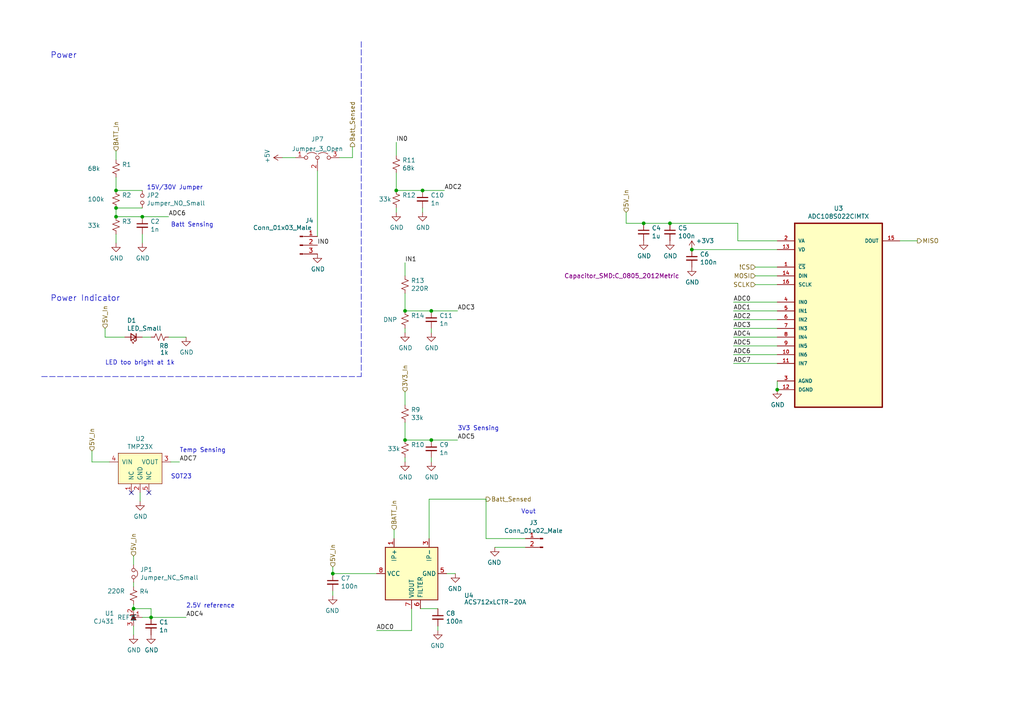
<source format=kicad_sch>
(kicad_sch (version 20211123) (generator eeschema)
  (paper "A4")
  (title_block (title "Pi_ADC") (date "2021-01-23") (rev "v0.0") (company "Private") (comment 3 "@Author Montso Mokake ") (comment 4 "@Original Pi_ADC/Justin Pead"))
  (lib_symbols
    (symbol "ADC108S022CIMTX:ADC108S022CIMTX" (pin_names (offset 1.016))
      (property "Reference" "U" (at -6.35 24.8412 0))
      (property "Value" "ADC108S022CIMTX" (at -7.5946 -33.909 0))
      (symbol "ADC108S022CIMTX_0_0"
        (rectangle (start -12.7 -30.48) (end 12.7 22.86) (stroke (width 0.4064)) (fill (type background)))
        (pin input line (at -17.78 10.16 0) (length 5.08) (name "~{CS}") (number "1"))
        (pin input line (at -17.78 -15.24 0) (length 5.08) (name "IN6") (number "10"))
        (pin input line (at -17.78 -17.78 0) (length 5.08) (name "IN7") (number "11"))
        (pin passive line (at -17.78 -25.4 0) (length 5.08) (name "DGND") (number "12"))
        (pin power_in line (at -17.78 15.24 0) (length 5.08) (name "VD") (number "13"))
        (pin input line (at -17.78 7.62 0) (length 5.08) (name "DIN") (number "14"))
        (pin output line (at 17.78 17.78 180) (length 5.08) (name "DOUT") (number "15"))
        (pin input line (at -17.78 5.08 0) (length 5.08) (name "SCLK") (number "16"))
        (pin power_in line (at -17.78 17.78 0) (length 5.08) (name "VA") (number "2"))
        (pin passive line (at -17.78 -22.86 0) (length 5.08) (name "AGND") (number "3"))
        (pin input line (at -17.78 0 0) (length 5.08) (name "IN0") (number "4"))
        (pin input line (at -17.78 -2.54 0) (length 5.08) (name "IN1") (number "5"))
        (pin input line (at -17.78 -5.08 0) (length 5.08) (name "IN2") (number "6"))
        (pin input line (at -17.78 -7.62 0) (length 5.08) (name "IN3") (number "7"))
        (pin input line (at -17.78 -10.16 0) (length 5.08) (name "IN4") (number "8"))
        (pin input line (at -17.78 -12.7 0) (length 5.08) (name "IN5") (number "9"))
      )
    )
    (symbol "Connector:Conn_01x02_Male" (pin_names (offset 1.016) hide)
      (property "Reference" "J" (at 0 2.54 0))
      (property "Value" "Conn_01x02_Male" (at 0 -5.08 0))
      (symbol "Conn_01x02_Male_1_1"
        (polyline (pts (xy 1.27 -2.54) (xy 0.8636 -2.54)) (stroke (width 0.1524)))
        (polyline (pts (xy 1.27 0) (xy 0.8636 0)) (stroke (width 0.1524)))
        (rectangle (start 0.8636 -2.413) (end 0 -2.667) (stroke (width 0.1524)) (fill (type outline)))
        (rectangle (start 0.8636 0.127) (end 0 -0.127) (stroke (width 0.1524)) (fill (type outline)))
        (pin passive line (at 5.08 0 180) (length 3.81) (name "Pin_1") (number "1"))
        (pin passive line (at 5.08 -2.54 180) (length 3.81) (name "Pin_2") (number "2"))
      )
    )
    (symbol "Connector:Conn_01x03_Male" (pin_names (offset 1.016) hide)
      (property "Reference" "J" (at 0 5.08 0))
      (property "Value" "Conn_01x03_Male" (at 0 -5.08 0))
      (symbol "Conn_01x03_Male_1_1"
        (polyline (pts (xy 1.27 -2.54) (xy 0.8636 -2.54)) (stroke (width 0.1524)))
        (polyline (pts (xy 1.27 0) (xy 0.8636 0)) (stroke (width 0.1524)))
        (polyline (pts (xy 1.27 2.54) (xy 0.8636 2.54)) (stroke (width 0.1524)))
        (rectangle (start 0.8636 -2.413) (end 0 -2.667) (stroke (width 0.1524)) (fill (type outline)))
        (rectangle (start 0.8636 0.127) (end 0 -0.127) (stroke (width 0.1524)) (fill (type outline)))
        (rectangle (start 0.8636 2.667) (end 0 2.413) (stroke (width 0.1524)) (fill (type outline)))
        (pin passive line (at 5.08 2.54 180) (length 3.81) (name "Pin_1") (number "1"))
        (pin passive line (at 5.08 0 180) (length 3.81) (name "Pin_2") (number "2"))
        (pin passive line (at 5.08 -2.54 180) (length 3.81) (name "Pin_3") (number "3"))
      )
    )
    (symbol "Device:C_Small" (pin_numbers hide) (pin_names (offset 0.254) hide)
      (property "Reference" "C" (at 0.254 1.778 0))
      (property "Value" "C_Small" (at 0.254 -2.032 0))
      (symbol "C_Small_0_1"
        (polyline (pts (xy -1.524 -0.508) (xy 1.524 -0.508)) (stroke (width 0.3302)))
        (polyline (pts (xy -1.524 0.508) (xy 1.524 0.508)) (stroke (width 0.3048)))
      )
      (symbol "C_Small_1_1"
        (pin passive line (at 0 2.54 270) (length 2.032) (name "~") (number "1"))
        (pin passive line (at 0 -2.54 90) (length 2.032) (name "~") (number "2"))
      )
    )
    (symbol "Device:Jumper_NC_Small" (pin_numbers hide) (pin_names (offset 0.762) hide)
      (property "Reference" "JP" (at 0 2.032 0))
      (property "Value" "Device_Jumper_NC_Small" (at 0.254 -1.524 0))
      (symbol "Jumper_NC_Small_0_1"
        (circle (center -1.016 0) (radius 0.508))
        (circle (center 1.016 0) (radius 0.508))
        (arc (start 1.016 0.762) (mid 0 1.1828) (end -1.016 0.762))
        (pin passive line (at -2.54 0 0) (length 1.016) (name "1") (number "1"))
        (pin passive line (at 2.54 0 180) (length 1.016) (name "2") (number "2"))
      )
    )
    (symbol "Device:Jumper_NO_Small" (pin_numbers hide) (pin_names (offset 0.762) hide)
      (property "Reference" "JP" (at 0 2.032 0))
      (property "Value" "Device_Jumper_NO_Small" (at 0.254 -1.524 0))
      (symbol "Jumper_NO_Small_0_1"
        (circle (center -1.016 0) (radius 0.508))
        (circle (center 1.016 0) (radius 0.508))
        (pin passive line (at -2.54 0 0) (length 1.016) (name "1") (number "1"))
        (pin passive line (at 2.54 0 180) (length 1.016) (name "2") (number "2"))
      )
    )
    (symbol "Device:LED_Small" (pin_numbers hide) (pin_names (offset 0.254) hide)
      (property "Reference" "D" (at -1.27 3.175 0))
      (property "Value" "LED_Small" (at -4.445 -2.54 0))
      (symbol "LED_Small_0_1"
        (polyline (pts (xy -0.762 -1.016) (xy -0.762 1.016)) (stroke (width 0.254)))
        (polyline (pts (xy 1.016 0) (xy -0.762 0)))
        (polyline (pts (xy 0.762 -1.016) (xy -0.762 0) (xy 0.762 1.016) (xy 0.762 -1.016)) (stroke (width 0.254)))
        (polyline (pts (xy 0 0.762) (xy -0.508 1.27) (xy -0.254 1.27) (xy -0.508 1.27) (xy -0.508 1.016)))
        (polyline (pts (xy 0.508 1.27) (xy 0 1.778) (xy 0.254 1.778) (xy 0 1.778) (xy 0 1.524)))
      )
      (symbol "LED_Small_1_1"
        (pin passive line (at -2.54 0 0) (length 1.778) (name "K") (number "1"))
        (pin passive line (at 2.54 0 180) (length 1.778) (name "A") (number "2"))
      )
    )
    (symbol "Device:R_Small_US" (pin_numbers hide) (pin_names (offset 0.254) hide)
      (property "Reference" "R" (at 0.762 0.508 0))
      (property "Value" "R_Small_US" (at 0.762 -1.016 0))
      (symbol "R_Small_US_1_1"
        (polyline (pts (xy 0 0) (xy 1.016 -0.381) (xy 0 -0.762) (xy -1.016 -1.143) (xy 0 -1.524)))
        (polyline (pts (xy 0 1.524) (xy 1.016 1.143) (xy 0 0.762) (xy -1.016 0.381) (xy 0 0)))
        (pin passive line (at 0 2.54 270) (length 1.016) (name "~") (number "1"))
        (pin passive line (at 0 -2.54 90) (length 1.016) (name "~") (number "2"))
      )
    )
    (symbol "Jumper:Jumper_3_Open" (pin_names (offset 0) hide)
      (property "Reference" "JP" (at -2.54 -2.54 0))
      (property "Value" "Jumper_3_Open" (at 0 2.794 0))
      (symbol "Jumper_3_Open_0_0"
        (circle (center -3.302 0) (radius 0.508))
        (circle (center 0 0) (radius 0.508))
        (circle (center 3.302 0) (radius 0.508))
      )
      (symbol "Jumper_3_Open_0_1"
        (arc (start -0.254 1.016) (mid -1.651 1.4992) (end -3.048 1.016))
        (polyline (pts (xy 0 -0.508) (xy 0 -1.27)))
        (arc (start 3.048 1.016) (mid 1.651 1.4992) (end 0.254 1.016))
      )
      (symbol "Jumper_3_Open_1_1"
        (pin passive line (at -6.35 0 0) (length 2.54) (name "A") (number "1"))
        (pin input line (at 0 -3.81 90) (length 2.54) (name "C") (number "2"))
        (pin passive line (at 6.35 0 180) (length 2.54) (name "B") (number "3"))
      )
    )
    (symbol "MyDevices:CJ431" (pin_names (offset 1.016))
      (property "Reference" "U" (at 0 0 0))
      (property "Value" "CJ431" (at -6.35 5.08 0))
      (symbol "CJ431_1_1"
        (polyline (pts (xy 0 1.27) (xy 0 0) (xy 0 -1.27)))
        (polyline (pts (xy 0.762 0.762) (xy 0 -0.762) (xy -0.762 0.762)) (fill (type outline)))
        (polyline (pts (xy -1.016 -0.508) (xy -0.762 -0.762) (xy 0.762 -0.762) (xy 0.762 -0.762)) (stroke (width 0.254)))
        (pin passive line (at 2.54 0 180) (length 2.54) (name "REF") (number "1"))
        (pin passive line (at 0 -2.54 90) (length 1.27) (name "K") (number "2"))
        (pin passive line (at 0 2.54 270) (length 1.27) (name "A") (number "3"))
      )
    )
    (symbol "MyDevices:TMP23X" (pin_names (offset 1.016))
      (property "Reference" "U" (at 0 5.08 0))
      (property "Value" "TMP23X" (at -1.27 7.62 0))
      (symbol "TMP23X_0_1"
        (rectangle (start -6.35 1.27) (end 6.35 -7.62) (fill (type background)))
      )
      (symbol "TMP23X_1_1"
        (pin input line (at -2.54 -10.16 90) (length 2.54) (name "NC") (number "1"))
        (pin power_in line (at 0 -10.16 90) (length 2.54) (name "GND") (number "2"))
        (pin output line (at 8.89 -1.27 180) (length 2.54) (name "VOUT") (number "3"))
        (pin power_in line (at -8.89 -1.27 0) (length 2.54) (name "VIN") (number "4"))
        (pin input line (at 2.54 -10.16 90) (length 2.54) (name "NC") (number "5"))
      )
    )
    (symbol "Sensor_Current:ACS712xLCTR-20A"
      (property "Reference" "U" (at 2.54 11.43 0))
      (property "Value" "ACS712xLCTR-20A" (at 2.54 8.89 0))
      (symbol "ACS712xLCTR-20A_0_1"
        (rectangle (start -7.62 7.62) (end 7.62 -7.62) (stroke (width 0.254)) (fill (type background)))
      )
      (symbol "ACS712xLCTR-20A_1_1"
        (pin passive line (at -10.16 5.08 0) (length 2.54) (name "IP+") (number "1"))
        (pin passive line (at -10.16 5.08 0) (length 2.54) hide (name "IP+") (number "2"))
        (pin passive line (at -10.16 -5.08 0) (length 2.54) (name "IP-") (number "3"))
        (pin passive line (at -10.16 -5.08 0) (length 2.54) hide (name "IP-") (number "4"))
        (pin power_in line (at 0 -10.16 90) (length 2.54) (name "GND") (number "5"))
        (pin passive line (at 10.16 -2.54 180) (length 2.54) (name "FILTER") (number "6"))
        (pin output line (at 10.16 0 180) (length 2.54) (name "VIOUT") (number "7"))
        (pin power_in line (at 0 10.16 270) (length 2.54) (name "VCC") (number "8"))
      )
    )
    (symbol "power:+3V3" (power) (pin_names (offset 0))
      (property "Value" "+3V3" (at 0 3.556 0))
      (symbol "+3V3_0_1"
        (polyline (pts (xy -0.762 1.27) (xy 0 2.54)))
        (polyline (pts (xy 0 0) (xy 0 2.54)))
        (polyline (pts (xy 0 2.54) (xy 0.762 1.27)))
      )
      (symbol "+3V3_1_1"
        (pin power_in line (at 0 0 90) (length 0) hide (name "+3V3") (number "1"))
      )
    )
    (symbol "power:+5V" (power) (pin_names (offset 0))
      (property "Value" "+5V" (at 0 3.556 0))
      (symbol "+5V_0_1"
        (polyline (pts (xy -0.762 1.27) (xy 0 2.54)))
        (polyline (pts (xy 0 0) (xy 0 2.54)))
        (polyline (pts (xy 0 2.54) (xy 0.762 1.27)))
      )
      (symbol "+5V_1_1"
        (pin power_in line (at 0 0 90) (length 0) hide (name "+5V") (number "1"))
      )
    )
    (symbol "power:GND" (power) (pin_names (offset 0))
      (property "Value" "GND" (at 0 -3.81 0))
      (symbol "GND_0_1"
        (polyline (pts (xy 0 0) (xy 0 -1.27) (xy 1.27 -1.27) (xy 0 -2.54) (xy -1.27 -1.27) (xy 0 -1.27)))
      )
      (symbol "GND_1_1"
        (pin power_in line (at 0 0 270) (length 0) hide (name "GND") (number "1"))
      )
    )
  )
  (junction (at 117.475 90.17))
  (junction (at 125.095 90.17))
  (junction (at 117.475 127.635))
  (junction (at 33.655 62.865))
  (junction (at 200.66 72.39))
  (junction (at 122.555 55.245))
  (junction (at 41.275 62.865))
  (junction (at 125.095 127.635))
  (junction (at 114.935 55.245))
  (junction (at 33.655 60.325))
  (junction (at 225.425 113.03))
  (junction (at 43.815 179.07))
  (junction (at 33.655 55.245))
  (junction (at 96.52 166.37))
  (junction (at 194.31 64.77))
  (junction (at 186.69 64.77))
  (junction (at 38.735 176.53))
  (no_connect (at 43.18 142.875))
  (no_connect (at 38.1 142.875))
  (wire (pts (xy 102.235 45.72) (xy 98.425 45.72)))
  (wire (pts (xy 26.67 130.81) (xy 26.67 133.985)))
  (wire (pts (xy 30.48 97.79) (xy 36.195 97.79)))
  (wire (pts (xy 33.655 62.865) (xy 41.275 62.865)))
  (wire (pts (xy 213.995 64.77) (xy 213.995 69.85)))
  (wire (pts (xy 129.54 166.37) (xy 132.08 166.37)))
  (wire (pts (xy 125.095 90.17) (xy 132.715 90.17)))
  (wire (pts (xy 38.735 176.53) (xy 38.735 175.26)))
  (wire (pts (xy 33.655 43.815) (xy 33.655 46.355)))
  (wire (pts (xy 30.48 95.25) (xy 30.48 97.79)))
  (wire (pts (xy 125.095 132.715) (xy 125.095 133.985)))
  (wire (pts (xy 43.815 176.53) (xy 43.815 179.07)))
  (wire (pts (xy 219.075 80.01) (xy 225.425 80.01)))
  (wire (pts (xy 122.555 55.245) (xy 128.905 55.245)))
  (wire (pts (xy 127 181.61) (xy 127 182.88)))
  (wire (pts (xy 200.66 72.39) (xy 225.425 72.39)))
  (wire (pts (xy 212.725 97.79) (xy 225.425 97.79)))
  (wire (pts (xy 140.97 144.78) (xy 140.97 156.21)))
  (wire (pts (xy 38.735 176.53) (xy 43.815 176.53)))
  (wire (pts (xy 40.64 142.875) (xy 40.64 145.415)))
  (wire (pts (xy 124.46 144.78) (xy 140.97 144.78)))
  (wire (pts (xy 96.52 166.37) (xy 109.22 166.37)))
  (wire (pts (xy 117.475 80.01) (xy 117.475 76.2)))
  (wire (pts (xy 225.425 95.25) (xy 212.725 95.25)))
  (wire (pts (xy 38.735 168.91) (xy 38.735 170.18)))
  (wire (pts (xy 41.275 62.865) (xy 48.895 62.865)))
  (wire (pts (xy 96.52 164.465) (xy 96.52 166.37)))
  (wire (pts (xy 41.275 70.485) (xy 41.275 67.945)))
  (wire (pts (xy 33.655 60.325) (xy 41.275 60.325)))
  (wire (pts (xy 117.475 127.635) (xy 125.095 127.635)))
  (wire (pts (xy 225.425 82.55) (xy 219.075 82.55)))
  (wire (pts (xy 114.3 153.67) (xy 114.3 156.21)))
  (wire (pts (xy 114.935 55.245) (xy 114.935 50.165)))
  (wire (pts (xy 121.92 176.53) (xy 127 176.53)))
  (wire (pts (xy 33.655 60.325) (xy 33.655 62.865)))
  (wire (pts (xy 117.475 95.25) (xy 117.475 96.52)))
  (wire (pts (xy 186.69 64.77) (xy 194.31 64.77)))
  (wire (pts (xy 33.655 67.945) (xy 33.655 70.485)))
  (wire (pts (xy 38.735 161.29) (xy 38.735 163.83)))
  (wire (pts (xy 117.475 132.715) (xy 117.475 133.985)))
  (wire (pts (xy 225.425 77.47) (xy 219.075 77.47)))
  (polyline (pts (xy 12.065 109.22) (xy 104.775 109.22)))
  (wire (pts (xy 33.655 51.435) (xy 33.655 55.245)))
  (wire (pts (xy 194.31 64.77) (xy 213.995 64.77)))
  (polyline (pts (xy 104.775 12.065) (xy 104.775 109.22)))
  (wire (pts (xy 181.61 64.77) (xy 186.69 64.77)))
  (wire (pts (xy 114.935 60.325) (xy 114.935 61.595)))
  (wire (pts (xy 213.995 69.85) (xy 225.425 69.85)))
  (wire (pts (xy 119.38 176.53) (xy 119.38 182.88)))
  (wire (pts (xy 117.475 127.635) (xy 117.475 122.555)))
  (wire (pts (xy 181.61 61.595) (xy 181.61 64.77)))
  (wire (pts (xy 41.275 55.245) (xy 33.655 55.245)))
  (wire (pts (xy 49.53 133.985) (xy 52.07 133.985)))
  (wire (pts (xy 117.475 90.17) (xy 125.095 90.17)))
  (wire (pts (xy 124.46 144.78) (xy 124.46 156.21)))
  (wire (pts (xy 119.38 182.88) (xy 109.22 182.88)))
  (wire (pts (xy 125.095 95.25) (xy 125.095 96.52)))
  (wire (pts (xy 117.475 90.17) (xy 117.475 85.09)))
  (wire (pts (xy 260.985 69.85) (xy 266.065 69.85)))
  (wire (pts (xy 41.275 179.07) (xy 43.815 179.07)))
  (wire (pts (xy 48.895 97.79) (xy 53.975 97.79)))
  (wire (pts (xy 125.095 127.635) (xy 132.715 127.635)))
  (wire (pts (xy 41.275 97.79) (xy 43.815 97.79)))
  (wire (pts (xy 225.425 113.03) (xy 225.425 110.49)))
  (wire (pts (xy 212.725 102.87) (xy 225.425 102.87)))
  (wire (pts (xy 114.935 45.085) (xy 114.935 41.275)))
  (wire (pts (xy 225.425 90.17) (xy 212.725 90.17)))
  (wire (pts (xy 225.425 105.41) (xy 212.725 105.41)))
  (wire (pts (xy 114.935 55.245) (xy 122.555 55.245)))
  (wire (pts (xy 117.475 117.475) (xy 117.475 113.665)))
  (wire (pts (xy 92.075 49.53) (xy 92.075 68.58)))
  (wire (pts (xy 96.52 171.45) (xy 96.52 172.72)))
  (wire (pts (xy 38.735 181.61) (xy 38.735 184.15)))
  (wire (pts (xy 43.815 179.07) (xy 53.975 179.07)))
  (wire (pts (xy 152.4 158.75) (xy 143.51 158.75)))
  (wire (pts (xy 212.725 92.71) (xy 225.425 92.71)))
  (wire (pts (xy 122.555 60.325) (xy 122.555 61.595)))
  (wire (pts (xy 212.725 87.63) (xy 225.425 87.63)))
  (wire (pts (xy 225.425 100.33) (xy 212.725 100.33)))
  (wire (pts (xy 81.915 45.72) (xy 85.725 45.72)))
  (wire (pts (xy 31.75 133.985) (xy 26.67 133.985)))
  (wire (pts (xy 140.97 156.21) (xy 152.4 156.21)))
  (wire (pts (xy 102.235 42.545) (xy 102.235 45.72)))
  (text "SOT23" (at 49.53 139.065 0) (effects (font (size 1.27 1.27)) (justify left bottom)))
  (text "Power Indicator" (at 14.605 87.63 0) (effects (font (size 1.7 1.7)) (justify left bottom)))
  (text "3V3 Sensing" (at 132.715 125.095 0) (effects (font (size 1.27 1.27)) (justify left bottom)))
  (text "Power" (at 14.605 17.145 0) (effects (font (size 1.7 1.7)) (justify left bottom)))
  (text "2.5V reference" (at 53.975 176.53 0) (effects (font (size 1.27 1.27)) (justify left bottom)))
  (text "LED too bright at 1k" (at 30.48 106.045 0) (effects (font (size 1.27 1.27)) (justify left bottom)))
  (text "Temp Sensing" (at 52.07 131.445 0) (effects (font (size 1.27 1.27)) (justify left bottom)))
  (text "15V/30V Jumper" (at 42.545 55.245 0) (effects (font (size 1.27 1.27)) (justify left bottom)))
  (text "Vout" (at 151.13 149.225 0) (effects (font (size 1.27 1.27)) (justify left bottom)))
  (text "Batt Sensing" (at 49.53 66.04 0) (effects (font (size 1.27 1.27)) (justify left bottom)))
  (label "ADC2" (at 128.905 55.245 0))
  (label "ADC6" (at 48.895 62.865 0))
  (label "IN1" (at 117.475 76.2 0))
  (label "ADC5" (at 212.725 100.33 0))
  (label "ADC3" (at 132.715 90.17 0))
  (label "ADC7" (at 52.07 133.985 0))
  (label "ADC3" (at 212.725 95.25 0))
  (label "ADC0" (at 109.22 182.88 0))
  (label "IN0" (at 92.075 71.12 0))
  (label "IN0" (at 114.935 41.275 0))
  (label "ADC0" (at 212.725 87.63 0))
  (label "ADC5" (at 132.715 127.635 0))
  (label "ADC4" (at 212.725 97.79 0))
  (label "ADC1" (at 212.725 90.17 0))
  (label "ADC4" (at 53.975 179.07 0))
  (label "ADC6" (at 212.725 102.87 0))
  (label "ADC2" (at 212.725 92.71 0))
  (label "ADC7" (at 212.725 105.41 0))
  (hierarchical_label "SCLK" (shape input) (at 219.075 82.55 180))
  (hierarchical_label "Batt_Sensed" (shape output) (at 140.97 144.78 0))
  (hierarchical_label "MOSI" (shape input) (at 219.075 80.01 180))
  (hierarchical_label "5V_In" (shape input) (at 30.48 95.25 90))
  (hierarchical_label "3V3_In" (shape input) (at 117.475 113.665 90))
  (hierarchical_label "5V_In" (shape input) (at 181.61 61.595 90))
  (hierarchical_label "5V_In" (shape input) (at 26.67 130.81 90))
  (hierarchical_label "MISO" (shape output) (at 266.065 69.85 0))
  (hierarchical_label "!CS" (shape input) (at 219.075 77.47 180))
  (hierarchical_label "BATT_In" (shape input) (at 33.655 43.815 90))
  (hierarchical_label "Batt_Sensed" (shape output) (at 102.235 42.545 90))
  (hierarchical_label "5V_In" (shape input) (at 38.735 161.29 90))
  (hierarchical_label "BATT_In" (shape input) (at 114.3 153.67 90))
  (hierarchical_label "5V_In" (shape input) (at 96.52 164.465 90))
  (symbol (lib_id "ADC108S022CIMTX:ADC108S022CIMTX") (at 243.205 87.63 0) (unit 1)
    (property "Reference" "U3" (at 243.205 60.452 0))
    (property "Value" "ADC108S022CIMTX" (at 243.205 62.7634 0))
    (property "Footprint" "MyLibs:SOP65P640X110-16N" (effects hide))
    (property "SUPPLIER" "NationalSemiconductor" (effects hide))
    (property "OC_FARNELL" "-" (effects hide))
    (property "OC_NEWARK" "69K1515" (effects hide))
    (property "PACKAGE" "SOP-16" (effects hide))
    (property "MPN" "ADC108S022CIMTX" (effects hide))
  )
  (symbol (lib_id "power:GND") (at 225.425 113.03 0) (unit 1)
    (property "Reference" "#PWR024" (effects hide))
    (property "Value" "GND" (at 225.552 117.4242 0))
  )
  (symbol (lib_id "Device:C_Small") (at 186.69 67.31 0) (unit 1)
    (property "Reference" "C4" (at 189.0268 66.1416 0) (effects (justify left)))
    (property "Value" "1u" (at 189.0268 68.453 0) (effects (justify left)))
    (property "Footprint" "Capacitor_SMD:C_0805_2012Metric" (at 180.34 80.01 0))
  )
  (symbol (lib_id "Device:C_Small") (at 194.31 67.31 0) (unit 1)
    (property "Reference" "C5" (at 196.6468 66.1416 0) (effects (justify left)))
    (property "Value" "100n" (at 196.6468 68.453 0) (effects (justify left)))
    (property "Footprint" "Capacitor_SMD:C_0603_1608Metric" (effects hide))
  )
  (symbol (lib_id "Device:C_Small") (at 200.66 74.93 0) (unit 1)
    (property "Reference" "C6" (at 202.9968 73.7616 0) (effects (justify left)))
    (property "Value" "100n" (at 202.9968 76.073 0) (effects (justify left)))
    (property "Footprint" "Capacitor_SMD:C_0603_1608Metric" (effects hide))
  )
  (symbol (lib_id "power:GND") (at 186.69 69.85 0) (unit 1)
    (property "Reference" "#PWR018" (effects hide))
    (property "Value" "GND" (at 186.817 74.2442 0))
  )
  (symbol (lib_id "power:GND") (at 194.31 69.85 0) (unit 1)
    (property "Reference" "#PWR019" (effects hide))
    (property "Value" "GND" (at 194.437 74.2442 0))
  )
  (symbol (lib_id "power:GND") (at 200.66 77.47 0) (unit 1)
    (property "Reference" "#PWR021" (effects hide))
    (property "Value" "GND" (at 200.787 81.8642 0))
  )
  (symbol (lib_id "Device:R_Small_US") (at 117.475 130.175 0) (unit 1)
    (property "Reference" "R10" (at 119.2022 129.0066 0) (effects (justify left)))
    (property "Value" "33k" (at 112.395 130.175 0) (effects (justify left)))
    (property "Footprint" "Resistor_SMD:R_0402_1005Metric" (effects hide))
  )
  (symbol (lib_id "Device:R_Small_US") (at 117.475 120.015 0) (unit 1)
    (property "Reference" "R9" (at 119.2022 118.8466 0) (effects (justify left)))
    (property "Value" "33k" (at 119.2022 121.158 0) (effects (justify left)))
    (property "Footprint" "Resistor_SMD:R_0402_1005Metric" (effects hide))
  )
  (symbol (lib_id "Device:C_Small") (at 125.095 130.175 0) (unit 1)
    (property "Reference" "C9" (at 127.4318 129.0066 0) (effects (justify left)))
    (property "Value" "1n" (at 127.4318 131.318 0) (effects (justify left)))
    (property "Footprint" "Capacitor_SMD:C_0603_1608Metric" (effects hide))
  )
  (symbol (lib_id "Device:R_Small_US") (at 33.655 48.895 0) (unit 1)
    (property "Reference" "R1" (at 35.3822 47.7266 0) (effects (justify left)))
    (property "Value" "68k" (at 25.4 48.895 0) (effects (justify left)))
    (property "Footprint" "Resistor_SMD:R_0402_1005Metric" (effects hide))
  )
  (symbol (lib_id "Device:R_Small_US") (at 33.655 57.785 0) (unit 1)
    (property "Reference" "R2" (at 35.3822 56.6166 0) (effects (justify left)))
    (property "Value" "100k" (at 25.4 57.785 0) (effects (justify left)))
    (property "Footprint" "Resistor_SMD:R_0402_1005Metric" (effects hide))
  )
  (symbol (lib_id "Device:R_Small_US") (at 33.655 65.405 0) (unit 1)
    (property "Reference" "R3" (at 35.3822 64.2366 0) (effects (justify left)))
    (property "Value" "33k" (at 25.4 65.405 0) (effects (justify left)))
    (property "Footprint" "Resistor_SMD:R_0402_1005Metric" (effects hide))
  )
  (symbol (lib_id "Device:C_Small") (at 41.275 65.405 0) (unit 1)
    (property "Reference" "C2" (at 43.6118 64.2366 0) (effects (justify left)))
    (property "Value" "1n" (at 43.6118 66.548 0) (effects (justify left)))
    (property "Footprint" "Capacitor_SMD:C_0603_1608Metric" (effects hide))
  )
  (symbol (lib_id "power:GND") (at 33.655 70.485 0) (unit 1)
    (property "Reference" "#PWR03" (effects hide))
    (property "Value" "GND" (at 33.782 74.8792 0))
  )
  (symbol (lib_id "power:GND") (at 41.275 70.485 0) (unit 1)
    (property "Reference" "#PWR011" (effects hide))
    (property "Value" "GND" (at 41.402 74.8792 0))
  )
  (symbol (lib_id "Device:Jumper_NO_Small") (at 41.275 57.785 270) (unit 1)
    (property "Reference" "JP2" (at 42.4942 56.6166 90) (effects (justify left)))
    (property "Value" "Jumper_NO_Small" (at 42.4942 58.928 90) (effects (justify left)))
    (property "Footprint" "Jumper:SolderJumper-2_P1.3mm_Open_TrianglePad1.0x1.5mm" (effects hide))
  )
  (symbol (lib_id "MyDevices:TMP23X") (at 40.64 132.715 0) (unit 1)
    (property "Reference" "U2" (at 40.64 127.254 0))
    (property "Value" "TMP23X" (at 40.64 129.5654 0))
    (property "Footprint" "MyLibs:SOT-353_SC-70-5_Handsoldering" (effects hide))
  )
  (symbol (lib_id "power:GND") (at 125.095 133.985 0) (unit 1)
    (property "Reference" "#PWR035" (effects hide))
    (property "Value" "GND" (at 125.222 138.3792 0))
  )
  (symbol (lib_id "power:GND") (at 117.475 133.985 0) (unit 1)
    (property "Reference" "#PWR033" (effects hide))
    (property "Value" "GND" (at 117.602 138.3792 0))
  )
  (symbol (lib_id "MyDevices:CJ431") (at 38.735 179.07 0) (mirror x) (unit 1)
    (property "Reference" "U1" (at 33.1724 177.9016 0) (effects (justify right)))
    (property "Value" "CJ431" (at 33.1724 180.213 0) (effects (justify right)))
    (property "Footprint" "Package_TO_SOT_SMD:SOT-23" (effects hide))
  )
  (symbol (lib_id "Device:Jumper_NC_Small") (at 38.735 166.37 270) (unit 1)
    (property "Reference" "JP1" (at 40.6146 165.2016 90) (effects (justify left)))
    (property "Value" "Jumper_NC_Small" (at 40.6146 167.513 90) (effects (justify left)))
    (property "Footprint" "Jumper:SolderJumper-2_P1.3mm_Bridged_Pad1.0x1.5mm" (effects hide))
  )
  (symbol (lib_id "Device:R_Small_US") (at 38.735 172.72 0) (unit 1)
    (property "Reference" "R4" (at 40.4622 171.5516 0) (effects (justify left)))
    (property "Value" "220R" (at 31.115 171.45 0) (effects (justify left)))
    (property "Footprint" "Resistor_SMD:R_0402_1005Metric" (effects hide))
  )
  (symbol (lib_id "power:GND") (at 38.735 184.15 0) (unit 1)
    (property "Reference" "#PWR05" (effects hide))
    (property "Value" "GND" (at 38.862 188.5442 0))
  )
  (symbol (lib_id "Device:C_Small") (at 43.815 181.61 0) (unit 1)
    (property "Reference" "C1" (at 46.1518 180.4416 0) (effects (justify left)))
    (property "Value" "1n" (at 46.1518 182.753 0) (effects (justify left)))
    (property "Footprint" "Capacitor_SMD:C_0603_1608Metric" (effects hide))
  )
  (symbol (lib_id "power:GND") (at 43.815 184.15 0) (unit 1)
    (property "Reference" "#PWR010" (effects hide))
    (property "Value" "GND" (at 43.942 188.5442 0))
  )
  (symbol (lib_id "power:GND") (at 40.64 145.415 0) (unit 1)
    (property "Reference" "#PWR012" (effects hide))
    (property "Value" "GND" (at 40.767 149.8092 0))
  )
  (symbol (lib_id "Device:LED_Small") (at 38.735 97.79 180) (unit 1)
    (property "Reference" "D1" (at 36.83 92.9386 0) (effects (justify right)))
    (property "Value" "LED_Small" (at 36.83 95.25 0) (effects (justify right)))
    (property "Footprint" "Diode_SMD:D_0603_1608Metric" (effects hide))
  )
  (symbol (lib_id "Device:R_Small_US") (at 46.355 97.79 90) (unit 1)
    (property "Reference" "R8" (at 48.895 100.33 90) (effects (justify left)))
    (property "Value" "1k" (at 48.895 102.235 90) (effects (justify left)))
    (property "Footprint" "Resistor_SMD:R_0402_1005Metric" (effects hide))
  )
  (symbol (lib_id "power:GND") (at 53.975 97.79 0) (unit 1)
    (property "Reference" "#PWR023" (effects hide))
    (property "Value" "GND" (at 54.102 102.1842 0))
  )
  (symbol (lib_id "Connector:Conn_01x02_Male") (at 157.48 156.21 0) (mirror y) (unit 1)
    (property "Reference" "J3" (at 154.7368 151.6126 0))
    (property "Value" "Conn_01x02_Male" (at 154.7368 153.924 0))
    (property "Footprint" "TerminalBlock:TerminalBlock_Altech_AK300-2_P5.00mm" (effects hide))
  )
  (symbol (lib_id "power:GND") (at 143.51 158.75 0) (mirror y) (unit 1)
    (property "Reference" "#PWR030" (effects hide))
    (property "Value" "GND" (at 143.383 163.1442 0))
  )
  (symbol (lib_id "Sensor_Current:ACS712xLCTR-20A") (at 119.38 166.37 90) (mirror x) (unit 1)
    (property "Reference" "U4" (at 134.62 172.72 90) (effects (justify right)))
    (property "Value" "ACS712xLCTR-20A" (at 134.62 174.625 90) (effects (justify right)))
    (property "Footprint" "Package_SO:SOIC-8_3.9x4.9mm_P1.27mm" (effects hide))
    (property "Datasheet" "http://www.allegromicro.com/~/media/Files/Datasheets/ACS712-Datasheet.ashx?la=en" (effects hide))
  )
  (symbol (lib_id "power:GND") (at 132.08 166.37 0) (mirror y) (unit 1)
    (property "Reference" "#PWR029" (effects hide))
    (property "Value" "GND" (at 131.953 170.7642 0))
  )
  (symbol (lib_id "Device:C_Small") (at 127 179.07 0) (unit 1)
    (property "Reference" "C8" (at 129.3368 177.9016 0) (effects (justify left)))
    (property "Value" "100n" (at 129.3368 180.213 0) (effects (justify left)))
    (property "Footprint" "Capacitor_SMD:C_0603_1608Metric" (effects hide))
  )
  (symbol (lib_id "power:GND") (at 127 182.88 0) (mirror y) (unit 1)
    (property "Reference" "#PWR028" (effects hide))
    (property "Value" "GND" (at 126.873 187.2742 0))
  )
  (symbol (lib_id "Device:C_Small") (at 96.52 168.91 0) (unit 1)
    (property "Reference" "C7" (at 98.8568 167.7416 0) (effects (justify left)))
    (property "Value" "100n" (at 98.8568 170.053 0) (effects (justify left)))
    (property "Footprint" "Capacitor_SMD:C_0603_1608Metric" (effects hide))
  )
  (symbol (lib_id "power:GND") (at 96.52 172.72 0) (mirror y) (unit 1)
    (property "Reference" "#PWR027" (effects hide))
    (property "Value" "GND" (at 96.393 177.1142 0))
  )
  (symbol (lib_id "Device:R_Small_US") (at 114.935 57.785 0) (unit 1)
    (property "Reference" "R12" (at 116.6622 56.6166 0) (effects (justify left)))
    (property "Value" "33k" (at 109.855 57.785 0) (effects (justify left)))
    (property "Footprint" "Resistor_SMD:R_0402_1005Metric" (effects hide))
  )
  (symbol (lib_id "Device:R_Small_US") (at 114.935 47.625 0) (unit 1)
    (property "Reference" "R11" (at 116.6622 46.4566 0) (effects (justify left)))
    (property "Value" "68k" (at 116.6622 48.768 0) (effects (justify left)))
    (property "Footprint" "Resistor_SMD:R_0402_1005Metric" (effects hide))
  )
  (symbol (lib_id "Device:C_Small") (at 122.555 57.785 0) (unit 1)
    (property "Reference" "C10" (at 124.8918 56.6166 0) (effects (justify left)))
    (property "Value" "1n" (at 124.8918 58.928 0) (effects (justify left)))
    (property "Footprint" "Capacitor_SMD:C_0402_1005Metric" (effects hide))
  )
  (symbol (lib_id "power:GND") (at 122.555 61.595 0) (unit 1)
    (property "Reference" "#PWR039" (effects hide))
    (property "Value" "GND" (at 122.682 65.9892 0))
  )
  (symbol (lib_id "power:GND") (at 114.935 61.595 0) (unit 1)
    (property "Reference" "#PWR038" (effects hide))
    (property "Value" "GND" (at 115.062 65.9892 0))
  )
  (symbol (lib_id "Device:R_Small_US") (at 117.475 92.71 0) (unit 1)
    (property "Reference" "R14" (at 119.2022 91.5416 0) (effects (justify left)))
    (property "Value" "DNP" (at 111.125 92.71 0) (effects (justify left)))
    (property "Footprint" "Resistor_SMD:R_0402_1005Metric" (effects hide))
  )
  (symbol (lib_id "Device:R_Small_US") (at 117.475 82.55 0) (unit 1)
    (property "Reference" "R13" (at 119.2022 81.3816 0) (effects (justify left)))
    (property "Value" "220R" (at 119.2022 83.693 0) (effects (justify left)))
    (property "Footprint" "Resistor_SMD:R_0402_1005Metric" (effects hide))
  )
  (symbol (lib_id "Device:C_Small") (at 125.095 92.71 0) (unit 1)
    (property "Reference" "C11" (at 127.4318 91.5416 0) (effects (justify left)))
    (property "Value" "1n" (at 127.4318 93.853 0) (effects (justify left)))
    (property "Footprint" "Capacitor_SMD:C_0402_1005Metric" (effects hide))
  )
  (symbol (lib_id "power:GND") (at 125.095 96.52 0) (unit 1)
    (property "Reference" "#PWR043" (effects hide))
    (property "Value" "GND" (at 125.222 100.9142 0))
  )
  (symbol (lib_id "power:GND") (at 117.475 96.52 0) (unit 1)
    (property "Reference" "#PWR042" (effects hide))
    (property "Value" "GND" (at 117.602 100.9142 0))
  )
  (symbol (lib_id "Connector:Conn_01x03_Male") (at 86.995 71.12 0) (unit 1)
    (property "Reference" "J4" (at 89.7382 63.9826 0))
    (property "Value" "Conn_01x03_Male" (at 81.915 66.04 0))
    (property "Footprint" "Connector_PinHeader_2.54mm:PinHeader_1x03_P2.54mm_Vertical" (effects hide))
  )
  (symbol (lib_id "power:GND") (at 92.075 73.66 0) (unit 1)
    (property "Reference" "#PWR032" (effects hide))
    (property "Value" "GND" (at 92.202 78.0542 0))
  )
  (symbol (lib_id "power:+5V") (at 81.915 45.72 90) (unit 1)
    (property "Reference" "#PWR031" (effects hide))
    (property "Value" "+5V" (at 77.5208 45.339 0))
  )
  (symbol (lib_id "power:+3V3") (at 200.66 72.39 0) (unit 1)
    (property "Reference" "#PWR020" (effects hide))
    (property "Value" "+3V3" (at 204.47 69.85 0))
  )
  (symbol (lib_id "Jumper:Jumper_3_Open") (at 92.075 45.72 0) (unit 1)
    (property "Reference" "JP7" (at 92.075 40.3813 0))
    (property "Value" "Jumper_3_Open" (at 92.075 43.1564 0))
    (property "Footprint" "Jumper:SolderJumper-3_P2.0mm_Open_TrianglePad1.0x1.5mm" (effects hide))
  )
)
</source>
